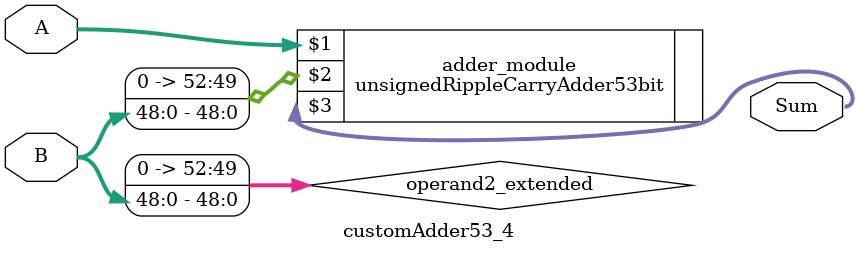
<source format=v>
module customAdder53_4(
                        input [52 : 0] A,
                        input [48 : 0] B,
                        
                        output [53 : 0] Sum
                );

        wire [52 : 0] operand2_extended;
        
        assign operand2_extended =  {4'b0, B};
        
        unsignedRippleCarryAdder53bit adder_module(
            A,
            operand2_extended,
            Sum
        );
        
        endmodule
        
</source>
